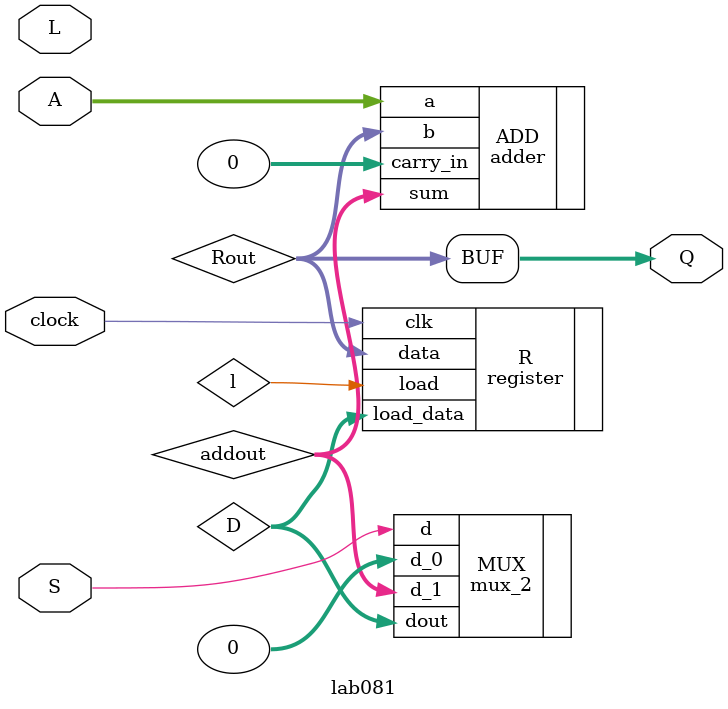
<source format=v>
module lab081(A, S, L, clock, Q);
	input [7:0] A;
	input S;
	input L;
	input clock;
	output [7:0] Q;
	
	wire [7:0] Rout;
	wire [7:0] addout;
	wire [7:0] D;
	
	adder ADD(
		.carry_in(0),
		.a(A),
		.b(Rout),
		.sum(addout)
	);
	
	mux_2 MUX(
		.d_0(0),
		.d_1(addout),
		.d(S),
		.dout(D)
	);
	
	register R(
		.clk(clock),
		.load(l),
		.load_data(D),
		.data(Rout)
	);
	
	assign Q=Rout;
endmodule
	
	
</source>
